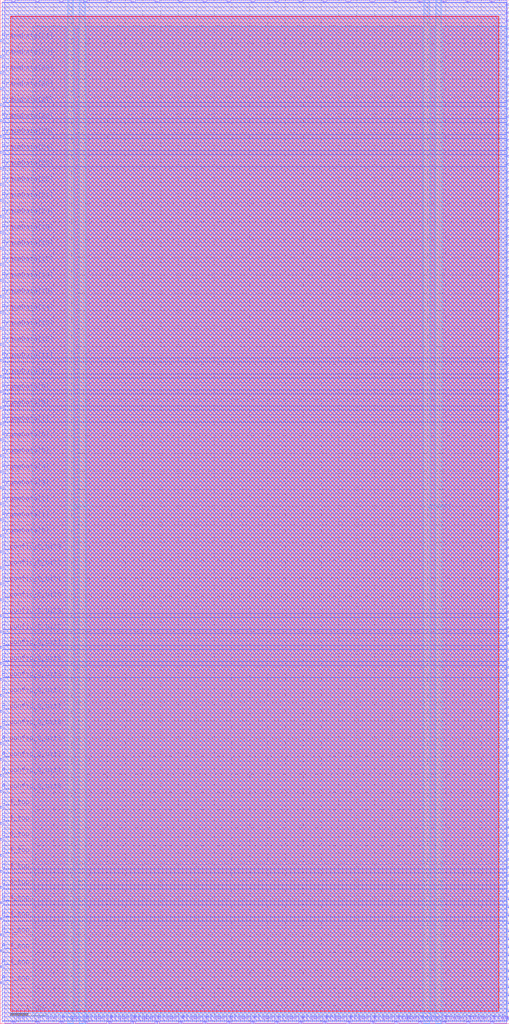
<source format=lef>
VERSION 5.7 ;
  NOWIREEXTENSIONATPIN ON ;
  DIVIDERCHAR "/" ;
  BUSBITCHARS "[]" ;
MACRO W_IO4
  CLASS BLOCK ;
  FOREIGN W_IO4 ;
  ORIGIN 0.000 0.000 ;
  SIZE 142.800 BY 287.280 ;
  PIN A_I_top
    DIRECTION OUTPUT ;
    USE SIGNAL ;
    ANTENNADIFFAREA 2.365600 ;
    PORT
      LAYER Metal3 ;
        RECT 0.000 15.680 0.560 16.240 ;
    END
  END A_I_top
  PIN A_O_top
    DIRECTION INPUT ;
    USE SIGNAL ;
    ANTENNAGATEAREA 3.405000 ;
    PORT
      LAYER Metal3 ;
        RECT 0.000 11.200 0.560 11.760 ;
    END
  END A_O_top
  PIN A_T_top
    DIRECTION OUTPUT ;
    USE SIGNAL ;
    ANTENNADIFFAREA 2.365600 ;
    PORT
      LAYER Metal3 ;
        RECT 0.000 20.160 0.560 20.720 ;
    END
  END A_T_top
  PIN A_config_C_bit0
    DIRECTION OUTPUT ;
    USE SIGNAL ;
    ANTENNADIFFAREA 2.365600 ;
    PORT
      LAYER Metal3 ;
        RECT 0.000 64.960 0.560 65.520 ;
    END
  END A_config_C_bit0
  PIN A_config_C_bit1
    DIRECTION OUTPUT ;
    USE SIGNAL ;
    ANTENNADIFFAREA 2.365600 ;
    PORT
      LAYER Metal3 ;
        RECT 0.000 69.440 0.560 70.000 ;
    END
  END A_config_C_bit1
  PIN A_config_C_bit2
    DIRECTION OUTPUT ;
    USE SIGNAL ;
    ANTENNADIFFAREA 2.365600 ;
    PORT
      LAYER Metal3 ;
        RECT 0.000 73.920 0.560 74.480 ;
    END
  END A_config_C_bit2
  PIN A_config_C_bit3
    DIRECTION OUTPUT ;
    USE SIGNAL ;
    ANTENNADIFFAREA 2.365600 ;
    PORT
      LAYER Metal3 ;
        RECT 0.000 78.400 0.560 78.960 ;
    END
  END A_config_C_bit3
  PIN B_I_top
    DIRECTION OUTPUT ;
    USE SIGNAL ;
    ANTENNADIFFAREA 2.365600 ;
    PORT
      LAYER Metal3 ;
        RECT 0.000 29.120 0.560 29.680 ;
    END
  END B_I_top
  PIN B_O_top
    DIRECTION INPUT ;
    USE SIGNAL ;
    ANTENNAGATEAREA 3.405000 ;
    PORT
      LAYER Metal3 ;
        RECT 0.000 24.640 0.560 25.200 ;
    END
  END B_O_top
  PIN B_T_top
    DIRECTION OUTPUT ;
    USE SIGNAL ;
    ANTENNADIFFAREA 2.365600 ;
    PORT
      LAYER Metal3 ;
        RECT 0.000 33.600 0.560 34.160 ;
    END
  END B_T_top
  PIN B_config_C_bit0
    DIRECTION OUTPUT ;
    USE SIGNAL ;
    ANTENNADIFFAREA 2.365600 ;
    PORT
      LAYER Metal3 ;
        RECT 0.000 82.880 0.560 83.440 ;
    END
  END B_config_C_bit0
  PIN B_config_C_bit1
    DIRECTION OUTPUT ;
    USE SIGNAL ;
    ANTENNADIFFAREA 2.365600 ;
    PORT
      LAYER Metal3 ;
        RECT 0.000 87.360 0.560 87.920 ;
    END
  END B_config_C_bit1
  PIN B_config_C_bit2
    DIRECTION OUTPUT ;
    USE SIGNAL ;
    ANTENNADIFFAREA 2.365600 ;
    PORT
      LAYER Metal3 ;
        RECT 0.000 91.840 0.560 92.400 ;
    END
  END B_config_C_bit2
  PIN B_config_C_bit3
    DIRECTION OUTPUT ;
    USE SIGNAL ;
    ANTENNADIFFAREA 2.365600 ;
    PORT
      LAYER Metal3 ;
        RECT 0.000 96.320 0.560 96.880 ;
    END
  END B_config_C_bit3
  PIN C_I_top
    DIRECTION OUTPUT ;
    USE SIGNAL ;
    ANTENNADIFFAREA 2.365600 ;
    PORT
      LAYER Metal3 ;
        RECT 0.000 42.560 0.560 43.120 ;
    END
  END C_I_top
  PIN C_O_top
    DIRECTION INPUT ;
    USE SIGNAL ;
    ANTENNAGATEAREA 3.405000 ;
    PORT
      LAYER Metal3 ;
        RECT 0.000 38.080 0.560 38.640 ;
    END
  END C_O_top
  PIN C_T_top
    DIRECTION OUTPUT ;
    USE SIGNAL ;
    ANTENNADIFFAREA 2.365600 ;
    PORT
      LAYER Metal3 ;
        RECT 0.000 47.040 0.560 47.600 ;
    END
  END C_T_top
  PIN C_config_C_bit0
    DIRECTION OUTPUT ;
    USE SIGNAL ;
    ANTENNADIFFAREA 2.365600 ;
    PORT
      LAYER Metal3 ;
        RECT 0.000 100.800 0.560 101.360 ;
    END
  END C_config_C_bit0
  PIN C_config_C_bit1
    DIRECTION OUTPUT ;
    USE SIGNAL ;
    ANTENNADIFFAREA 2.365600 ;
    PORT
      LAYER Metal3 ;
        RECT 0.000 105.280 0.560 105.840 ;
    END
  END C_config_C_bit1
  PIN C_config_C_bit2
    DIRECTION OUTPUT ;
    USE SIGNAL ;
    ANTENNADIFFAREA 2.365600 ;
    PORT
      LAYER Metal3 ;
        RECT 0.000 109.760 0.560 110.320 ;
    END
  END C_config_C_bit2
  PIN C_config_C_bit3
    DIRECTION OUTPUT ;
    USE SIGNAL ;
    ANTENNADIFFAREA 2.365600 ;
    PORT
      LAYER Metal3 ;
        RECT 0.000 114.240 0.560 114.800 ;
    END
  END C_config_C_bit3
  PIN D_I_top
    DIRECTION OUTPUT ;
    USE SIGNAL ;
    ANTENNADIFFAREA 2.365600 ;
    PORT
      LAYER Metal3 ;
        RECT 0.000 56.000 0.560 56.560 ;
    END
  END D_I_top
  PIN D_O_top
    DIRECTION INPUT ;
    USE SIGNAL ;
    ANTENNAGATEAREA 3.405000 ;
    PORT
      LAYER Metal3 ;
        RECT 0.000 51.520 0.560 52.080 ;
    END
  END D_O_top
  PIN D_T_top
    DIRECTION OUTPUT ;
    USE SIGNAL ;
    ANTENNADIFFAREA 2.365600 ;
    PORT
      LAYER Metal3 ;
        RECT 0.000 60.480 0.560 61.040 ;
    END
  END D_T_top
  PIN D_config_C_bit0
    DIRECTION OUTPUT ;
    USE SIGNAL ;
    ANTENNADIFFAREA 2.365600 ;
    PORT
      LAYER Metal3 ;
        RECT 0.000 118.720 0.560 119.280 ;
    END
  END D_config_C_bit0
  PIN D_config_C_bit1
    DIRECTION OUTPUT ;
    USE SIGNAL ;
    ANTENNADIFFAREA 2.365600 ;
    PORT
      LAYER Metal3 ;
        RECT 0.000 123.200 0.560 123.760 ;
    END
  END D_config_C_bit1
  PIN D_config_C_bit2
    DIRECTION OUTPUT ;
    USE SIGNAL ;
    ANTENNADIFFAREA 2.365600 ;
    PORT
      LAYER Metal3 ;
        RECT 0.000 127.680 0.560 128.240 ;
    END
  END D_config_C_bit2
  PIN D_config_C_bit3
    DIRECTION OUTPUT ;
    USE SIGNAL ;
    ANTENNADIFFAREA 2.365600 ;
    PORT
      LAYER Metal3 ;
        RECT 0.000 132.160 0.560 132.720 ;
    END
  END D_config_C_bit3
  PIN E1BEG[0]
    DIRECTION OUTPUT ;
    USE SIGNAL ;
    ANTENNADIFFAREA 2.365600 ;
    PORT
      LAYER Metal3 ;
        RECT 142.240 108.640 142.800 109.200 ;
    END
  END E1BEG[0]
  PIN E1BEG[1]
    DIRECTION OUTPUT ;
    USE SIGNAL ;
    ANTENNADIFFAREA 2.365600 ;
    PORT
      LAYER Metal3 ;
        RECT 142.240 110.880 142.800 111.440 ;
    END
  END E1BEG[1]
  PIN E1BEG[2]
    DIRECTION OUTPUT ;
    USE SIGNAL ;
    ANTENNADIFFAREA 2.365600 ;
    PORT
      LAYER Metal3 ;
        RECT 142.240 113.120 142.800 113.680 ;
    END
  END E1BEG[2]
  PIN E1BEG[3]
    DIRECTION OUTPUT ;
    USE SIGNAL ;
    ANTENNADIFFAREA 2.365600 ;
    PORT
      LAYER Metal3 ;
        RECT 142.240 115.360 142.800 115.920 ;
    END
  END E1BEG[3]
  PIN E2BEG[0]
    DIRECTION OUTPUT ;
    USE SIGNAL ;
    ANTENNADIFFAREA 2.365600 ;
    PORT
      LAYER Metal3 ;
        RECT 142.240 117.600 142.800 118.160 ;
    END
  END E2BEG[0]
  PIN E2BEG[1]
    DIRECTION OUTPUT ;
    USE SIGNAL ;
    ANTENNADIFFAREA 2.365600 ;
    PORT
      LAYER Metal3 ;
        RECT 142.240 119.840 142.800 120.400 ;
    END
  END E2BEG[1]
  PIN E2BEG[2]
    DIRECTION OUTPUT ;
    USE SIGNAL ;
    ANTENNADIFFAREA 2.365600 ;
    PORT
      LAYER Metal3 ;
        RECT 142.240 122.080 142.800 122.640 ;
    END
  END E2BEG[2]
  PIN E2BEG[3]
    DIRECTION OUTPUT ;
    USE SIGNAL ;
    ANTENNADIFFAREA 2.365600 ;
    PORT
      LAYER Metal3 ;
        RECT 142.240 124.320 142.800 124.880 ;
    END
  END E2BEG[3]
  PIN E2BEG[4]
    DIRECTION OUTPUT ;
    USE SIGNAL ;
    ANTENNADIFFAREA 2.365600 ;
    PORT
      LAYER Metal3 ;
        RECT 142.240 126.560 142.800 127.120 ;
    END
  END E2BEG[4]
  PIN E2BEG[5]
    DIRECTION OUTPUT ;
    USE SIGNAL ;
    ANTENNADIFFAREA 2.365600 ;
    PORT
      LAYER Metal3 ;
        RECT 142.240 128.800 142.800 129.360 ;
    END
  END E2BEG[5]
  PIN E2BEG[6]
    DIRECTION OUTPUT ;
    USE SIGNAL ;
    ANTENNADIFFAREA 2.365600 ;
    PORT
      LAYER Metal3 ;
        RECT 142.240 131.040 142.800 131.600 ;
    END
  END E2BEG[6]
  PIN E2BEG[7]
    DIRECTION OUTPUT ;
    USE SIGNAL ;
    ANTENNADIFFAREA 2.365600 ;
    PORT
      LAYER Metal3 ;
        RECT 142.240 133.280 142.800 133.840 ;
    END
  END E2BEG[7]
  PIN E2BEGb[0]
    DIRECTION OUTPUT ;
    USE SIGNAL ;
    ANTENNADIFFAREA 2.365600 ;
    PORT
      LAYER Metal3 ;
        RECT 142.240 135.520 142.800 136.080 ;
    END
  END E2BEGb[0]
  PIN E2BEGb[1]
    DIRECTION OUTPUT ;
    USE SIGNAL ;
    ANTENNADIFFAREA 2.365600 ;
    PORT
      LAYER Metal3 ;
        RECT 142.240 137.760 142.800 138.320 ;
    END
  END E2BEGb[1]
  PIN E2BEGb[2]
    DIRECTION OUTPUT ;
    USE SIGNAL ;
    ANTENNADIFFAREA 2.365600 ;
    PORT
      LAYER Metal3 ;
        RECT 142.240 140.000 142.800 140.560 ;
    END
  END E2BEGb[2]
  PIN E2BEGb[3]
    DIRECTION OUTPUT ;
    USE SIGNAL ;
    ANTENNADIFFAREA 2.365600 ;
    PORT
      LAYER Metal3 ;
        RECT 142.240 142.240 142.800 142.800 ;
    END
  END E2BEGb[3]
  PIN E2BEGb[4]
    DIRECTION OUTPUT ;
    USE SIGNAL ;
    ANTENNADIFFAREA 2.365600 ;
    PORT
      LAYER Metal3 ;
        RECT 142.240 144.480 142.800 145.040 ;
    END
  END E2BEGb[4]
  PIN E2BEGb[5]
    DIRECTION OUTPUT ;
    USE SIGNAL ;
    ANTENNADIFFAREA 2.365600 ;
    PORT
      LAYER Metal3 ;
        RECT 142.240 146.720 142.800 147.280 ;
    END
  END E2BEGb[5]
  PIN E2BEGb[6]
    DIRECTION OUTPUT ;
    USE SIGNAL ;
    ANTENNADIFFAREA 2.365600 ;
    PORT
      LAYER Metal3 ;
        RECT 142.240 148.960 142.800 149.520 ;
    END
  END E2BEGb[6]
  PIN E2BEGb[7]
    DIRECTION OUTPUT ;
    USE SIGNAL ;
    ANTENNADIFFAREA 2.365600 ;
    PORT
      LAYER Metal3 ;
        RECT 142.240 151.200 142.800 151.760 ;
    END
  END E2BEGb[7]
  PIN E6BEG[0]
    DIRECTION OUTPUT ;
    USE SIGNAL ;
    ANTENNADIFFAREA 2.365600 ;
    PORT
      LAYER Metal3 ;
        RECT 142.240 189.280 142.800 189.840 ;
    END
  END E6BEG[0]
  PIN E6BEG[10]
    DIRECTION OUTPUT ;
    USE SIGNAL ;
    ANTENNADIFFAREA 2.365600 ;
    PORT
      LAYER Metal3 ;
        RECT 142.240 211.680 142.800 212.240 ;
    END
  END E6BEG[10]
  PIN E6BEG[11]
    DIRECTION OUTPUT ;
    USE SIGNAL ;
    ANTENNADIFFAREA 2.365600 ;
    PORT
      LAYER Metal3 ;
        RECT 142.240 213.920 142.800 214.480 ;
    END
  END E6BEG[11]
  PIN E6BEG[1]
    DIRECTION OUTPUT ;
    USE SIGNAL ;
    ANTENNADIFFAREA 2.365600 ;
    PORT
      LAYER Metal3 ;
        RECT 142.240 191.520 142.800 192.080 ;
    END
  END E6BEG[1]
  PIN E6BEG[2]
    DIRECTION OUTPUT ;
    USE SIGNAL ;
    ANTENNADIFFAREA 2.365600 ;
    PORT
      LAYER Metal3 ;
        RECT 142.240 193.760 142.800 194.320 ;
    END
  END E6BEG[2]
  PIN E6BEG[3]
    DIRECTION OUTPUT ;
    USE SIGNAL ;
    ANTENNADIFFAREA 2.365600 ;
    PORT
      LAYER Metal3 ;
        RECT 142.240 196.000 142.800 196.560 ;
    END
  END E6BEG[3]
  PIN E6BEG[4]
    DIRECTION OUTPUT ;
    USE SIGNAL ;
    ANTENNADIFFAREA 2.365600 ;
    PORT
      LAYER Metal3 ;
        RECT 142.240 198.240 142.800 198.800 ;
    END
  END E6BEG[4]
  PIN E6BEG[5]
    DIRECTION OUTPUT ;
    USE SIGNAL ;
    ANTENNADIFFAREA 2.365600 ;
    PORT
      LAYER Metal3 ;
        RECT 142.240 200.480 142.800 201.040 ;
    END
  END E6BEG[5]
  PIN E6BEG[6]
    DIRECTION OUTPUT ;
    USE SIGNAL ;
    ANTENNADIFFAREA 2.365600 ;
    PORT
      LAYER Metal3 ;
        RECT 142.240 202.720 142.800 203.280 ;
    END
  END E6BEG[6]
  PIN E6BEG[7]
    DIRECTION OUTPUT ;
    USE SIGNAL ;
    ANTENNADIFFAREA 2.365600 ;
    PORT
      LAYER Metal3 ;
        RECT 142.240 204.960 142.800 205.520 ;
    END
  END E6BEG[7]
  PIN E6BEG[8]
    DIRECTION OUTPUT ;
    USE SIGNAL ;
    ANTENNADIFFAREA 2.365600 ;
    PORT
      LAYER Metal3 ;
        RECT 142.240 207.200 142.800 207.760 ;
    END
  END E6BEG[8]
  PIN E6BEG[9]
    DIRECTION OUTPUT ;
    USE SIGNAL ;
    ANTENNADIFFAREA 2.365600 ;
    PORT
      LAYER Metal3 ;
        RECT 142.240 209.440 142.800 210.000 ;
    END
  END E6BEG[9]
  PIN EE4BEG[0]
    DIRECTION OUTPUT ;
    USE SIGNAL ;
    ANTENNADIFFAREA 2.365600 ;
    PORT
      LAYER Metal3 ;
        RECT 142.240 153.440 142.800 154.000 ;
    END
  END EE4BEG[0]
  PIN EE4BEG[10]
    DIRECTION OUTPUT ;
    USE SIGNAL ;
    ANTENNADIFFAREA 2.365600 ;
    PORT
      LAYER Metal3 ;
        RECT 142.240 175.840 142.800 176.400 ;
    END
  END EE4BEG[10]
  PIN EE4BEG[11]
    DIRECTION OUTPUT ;
    USE SIGNAL ;
    ANTENNADIFFAREA 2.365600 ;
    PORT
      LAYER Metal3 ;
        RECT 142.240 178.080 142.800 178.640 ;
    END
  END EE4BEG[11]
  PIN EE4BEG[12]
    DIRECTION OUTPUT ;
    USE SIGNAL ;
    ANTENNADIFFAREA 2.365600 ;
    PORT
      LAYER Metal3 ;
        RECT 142.240 180.320 142.800 180.880 ;
    END
  END EE4BEG[12]
  PIN EE4BEG[13]
    DIRECTION OUTPUT ;
    USE SIGNAL ;
    ANTENNADIFFAREA 2.365600 ;
    PORT
      LAYER Metal3 ;
        RECT 142.240 182.560 142.800 183.120 ;
    END
  END EE4BEG[13]
  PIN EE4BEG[14]
    DIRECTION OUTPUT ;
    USE SIGNAL ;
    ANTENNADIFFAREA 2.365600 ;
    PORT
      LAYER Metal3 ;
        RECT 142.240 184.800 142.800 185.360 ;
    END
  END EE4BEG[14]
  PIN EE4BEG[15]
    DIRECTION OUTPUT ;
    USE SIGNAL ;
    ANTENNADIFFAREA 2.365600 ;
    PORT
      LAYER Metal3 ;
        RECT 142.240 187.040 142.800 187.600 ;
    END
  END EE4BEG[15]
  PIN EE4BEG[1]
    DIRECTION OUTPUT ;
    USE SIGNAL ;
    ANTENNADIFFAREA 2.365600 ;
    PORT
      LAYER Metal3 ;
        RECT 142.240 155.680 142.800 156.240 ;
    END
  END EE4BEG[1]
  PIN EE4BEG[2]
    DIRECTION OUTPUT ;
    USE SIGNAL ;
    ANTENNADIFFAREA 2.365600 ;
    PORT
      LAYER Metal3 ;
        RECT 142.240 157.920 142.800 158.480 ;
    END
  END EE4BEG[2]
  PIN EE4BEG[3]
    DIRECTION OUTPUT ;
    USE SIGNAL ;
    ANTENNADIFFAREA 2.365600 ;
    PORT
      LAYER Metal3 ;
        RECT 142.240 160.160 142.800 160.720 ;
    END
  END EE4BEG[3]
  PIN EE4BEG[4]
    DIRECTION OUTPUT ;
    USE SIGNAL ;
    ANTENNADIFFAREA 2.365600 ;
    PORT
      LAYER Metal3 ;
        RECT 142.240 162.400 142.800 162.960 ;
    END
  END EE4BEG[4]
  PIN EE4BEG[5]
    DIRECTION OUTPUT ;
    USE SIGNAL ;
    ANTENNADIFFAREA 2.365600 ;
    PORT
      LAYER Metal3 ;
        RECT 142.240 164.640 142.800 165.200 ;
    END
  END EE4BEG[5]
  PIN EE4BEG[6]
    DIRECTION OUTPUT ;
    USE SIGNAL ;
    ANTENNADIFFAREA 2.365600 ;
    PORT
      LAYER Metal3 ;
        RECT 142.240 166.880 142.800 167.440 ;
    END
  END EE4BEG[6]
  PIN EE4BEG[7]
    DIRECTION OUTPUT ;
    USE SIGNAL ;
    ANTENNADIFFAREA 2.365600 ;
    PORT
      LAYER Metal3 ;
        RECT 142.240 169.120 142.800 169.680 ;
    END
  END EE4BEG[7]
  PIN EE4BEG[8]
    DIRECTION OUTPUT ;
    USE SIGNAL ;
    ANTENNADIFFAREA 2.365600 ;
    PORT
      LAYER Metal3 ;
        RECT 142.240 171.360 142.800 171.920 ;
    END
  END EE4BEG[8]
  PIN EE4BEG[9]
    DIRECTION OUTPUT ;
    USE SIGNAL ;
    ANTENNADIFFAREA 2.365600 ;
    PORT
      LAYER Metal3 ;
        RECT 142.240 173.600 142.800 174.160 ;
    END
  END EE4BEG[9]
  PIN FrameData[0]
    DIRECTION INPUT ;
    USE SIGNAL ;
    ANTENNAGATEAREA 3.310000 ;
    PORT
      LAYER Metal3 ;
        RECT 0.000 136.640 0.560 137.200 ;
    END
  END FrameData[0]
  PIN FrameData[10]
    DIRECTION INPUT ;
    USE SIGNAL ;
    ANTENNAGATEAREA 3.310000 ;
    PORT
      LAYER Metal3 ;
        RECT 0.000 181.440 0.560 182.000 ;
    END
  END FrameData[10]
  PIN FrameData[11]
    DIRECTION INPUT ;
    USE SIGNAL ;
    ANTENNAGATEAREA 3.310000 ;
    PORT
      LAYER Metal3 ;
        RECT 0.000 185.920 0.560 186.480 ;
    END
  END FrameData[11]
  PIN FrameData[12]
    DIRECTION INPUT ;
    USE SIGNAL ;
    ANTENNAGATEAREA 3.310000 ;
    PORT
      LAYER Metal3 ;
        RECT 0.000 190.400 0.560 190.960 ;
    END
  END FrameData[12]
  PIN FrameData[13]
    DIRECTION INPUT ;
    USE SIGNAL ;
    ANTENNAGATEAREA 3.310000 ;
    PORT
      LAYER Metal3 ;
        RECT 0.000 194.880 0.560 195.440 ;
    END
  END FrameData[13]
  PIN FrameData[14]
    DIRECTION INPUT ;
    USE SIGNAL ;
    ANTENNAGATEAREA 3.310000 ;
    PORT
      LAYER Metal3 ;
        RECT 0.000 199.360 0.560 199.920 ;
    END
  END FrameData[14]
  PIN FrameData[15]
    DIRECTION INPUT ;
    USE SIGNAL ;
    ANTENNAGATEAREA 3.310000 ;
    PORT
      LAYER Metal3 ;
        RECT 0.000 203.840 0.560 204.400 ;
    END
  END FrameData[15]
  PIN FrameData[16]
    DIRECTION INPUT ;
    USE SIGNAL ;
    ANTENNAGATEAREA 3.310000 ;
    PORT
      LAYER Metal3 ;
        RECT 0.000 208.320 0.560 208.880 ;
    END
  END FrameData[16]
  PIN FrameData[17]
    DIRECTION INPUT ;
    USE SIGNAL ;
    ANTENNAGATEAREA 3.310000 ;
    PORT
      LAYER Metal3 ;
        RECT 0.000 212.800 0.560 213.360 ;
    END
  END FrameData[17]
  PIN FrameData[18]
    DIRECTION INPUT ;
    USE SIGNAL ;
    ANTENNAGATEAREA 3.310000 ;
    PORT
      LAYER Metal3 ;
        RECT 0.000 217.280 0.560 217.840 ;
    END
  END FrameData[18]
  PIN FrameData[19]
    DIRECTION INPUT ;
    USE SIGNAL ;
    ANTENNAGATEAREA 3.310000 ;
    PORT
      LAYER Metal3 ;
        RECT 0.000 221.760 0.560 222.320 ;
    END
  END FrameData[19]
  PIN FrameData[1]
    DIRECTION INPUT ;
    USE SIGNAL ;
    ANTENNAGATEAREA 3.310000 ;
    PORT
      LAYER Metal3 ;
        RECT 0.000 141.120 0.560 141.680 ;
    END
  END FrameData[1]
  PIN FrameData[20]
    DIRECTION INPUT ;
    USE SIGNAL ;
    ANTENNAGATEAREA 3.862000 ;
    PORT
      LAYER Metal3 ;
        RECT 0.000 226.240 0.560 226.800 ;
    END
  END FrameData[20]
  PIN FrameData[21]
    DIRECTION INPUT ;
    USE SIGNAL ;
    ANTENNAGATEAREA 3.862000 ;
    PORT
      LAYER Metal3 ;
        RECT 0.000 230.720 0.560 231.280 ;
    END
  END FrameData[21]
  PIN FrameData[22]
    DIRECTION INPUT ;
    USE SIGNAL ;
    ANTENNAGATEAREA 3.862000 ;
    PORT
      LAYER Metal3 ;
        RECT 0.000 235.200 0.560 235.760 ;
    END
  END FrameData[22]
  PIN FrameData[23]
    DIRECTION INPUT ;
    USE SIGNAL ;
    ANTENNAGATEAREA 3.862000 ;
    PORT
      LAYER Metal3 ;
        RECT 0.000 239.680 0.560 240.240 ;
    END
  END FrameData[23]
  PIN FrameData[24]
    DIRECTION INPUT ;
    USE SIGNAL ;
    ANTENNAGATEAREA 3.862000 ;
    PORT
      LAYER Metal3 ;
        RECT 0.000 244.160 0.560 244.720 ;
    END
  END FrameData[24]
  PIN FrameData[25]
    DIRECTION INPUT ;
    USE SIGNAL ;
    ANTENNAGATEAREA 3.862000 ;
    PORT
      LAYER Metal3 ;
        RECT 0.000 248.640 0.560 249.200 ;
    END
  END FrameData[25]
  PIN FrameData[26]
    DIRECTION INPUT ;
    USE SIGNAL ;
    ANTENNAGATEAREA 3.862000 ;
    PORT
      LAYER Metal3 ;
        RECT 0.000 253.120 0.560 253.680 ;
    END
  END FrameData[26]
  PIN FrameData[27]
    DIRECTION INPUT ;
    USE SIGNAL ;
    ANTENNAGATEAREA 3.862000 ;
    PORT
      LAYER Metal3 ;
        RECT 0.000 257.600 0.560 258.160 ;
    END
  END FrameData[27]
  PIN FrameData[28]
    DIRECTION INPUT ;
    USE SIGNAL ;
    ANTENNAGATEAREA 3.862000 ;
    PORT
      LAYER Metal3 ;
        RECT 0.000 262.080 0.560 262.640 ;
    END
  END FrameData[28]
  PIN FrameData[29]
    DIRECTION INPUT ;
    USE SIGNAL ;
    ANTENNAGATEAREA 3.862000 ;
    PORT
      LAYER Metal3 ;
        RECT 0.000 266.560 0.560 267.120 ;
    END
  END FrameData[29]
  PIN FrameData[2]
    DIRECTION INPUT ;
    USE SIGNAL ;
    ANTENNAGATEAREA 3.310000 ;
    PORT
      LAYER Metal3 ;
        RECT 0.000 145.600 0.560 146.160 ;
    END
  END FrameData[2]
  PIN FrameData[30]
    DIRECTION INPUT ;
    USE SIGNAL ;
    ANTENNAGATEAREA 3.862000 ;
    PORT
      LAYER Metal3 ;
        RECT 0.000 271.040 0.560 271.600 ;
    END
  END FrameData[30]
  PIN FrameData[31]
    DIRECTION INPUT ;
    USE SIGNAL ;
    ANTENNAGATEAREA 3.862000 ;
    PORT
      LAYER Metal3 ;
        RECT 0.000 275.520 0.560 276.080 ;
    END
  END FrameData[31]
  PIN FrameData[3]
    DIRECTION INPUT ;
    USE SIGNAL ;
    ANTENNAGATEAREA 3.310000 ;
    PORT
      LAYER Metal3 ;
        RECT 0.000 150.080 0.560 150.640 ;
    END
  END FrameData[3]
  PIN FrameData[4]
    DIRECTION INPUT ;
    USE SIGNAL ;
    ANTENNAGATEAREA 3.310000 ;
    PORT
      LAYER Metal3 ;
        RECT 0.000 154.560 0.560 155.120 ;
    END
  END FrameData[4]
  PIN FrameData[5]
    DIRECTION INPUT ;
    USE SIGNAL ;
    ANTENNAGATEAREA 3.310000 ;
    PORT
      LAYER Metal3 ;
        RECT 0.000 159.040 0.560 159.600 ;
    END
  END FrameData[5]
  PIN FrameData[6]
    DIRECTION INPUT ;
    USE SIGNAL ;
    ANTENNAGATEAREA 3.310000 ;
    PORT
      LAYER Metal3 ;
        RECT 0.000 163.520 0.560 164.080 ;
    END
  END FrameData[6]
  PIN FrameData[7]
    DIRECTION INPUT ;
    USE SIGNAL ;
    ANTENNAGATEAREA 3.310000 ;
    PORT
      LAYER Metal3 ;
        RECT 0.000 168.000 0.560 168.560 ;
    END
  END FrameData[7]
  PIN FrameData[8]
    DIRECTION INPUT ;
    USE SIGNAL ;
    ANTENNAGATEAREA 3.310000 ;
    PORT
      LAYER Metal3 ;
        RECT 0.000 172.480 0.560 173.040 ;
    END
  END FrameData[8]
  PIN FrameData[9]
    DIRECTION INPUT ;
    USE SIGNAL ;
    ANTENNAGATEAREA 3.310000 ;
    PORT
      LAYER Metal3 ;
        RECT 0.000 176.960 0.560 177.520 ;
    END
  END FrameData[9]
  PIN FrameData_O[0]
    DIRECTION OUTPUT ;
    USE SIGNAL ;
    ANTENNADIFFAREA 2.365600 ;
    PORT
      LAYER Metal3 ;
        RECT 142.240 216.160 142.800 216.720 ;
    END
  END FrameData_O[0]
  PIN FrameData_O[10]
    DIRECTION OUTPUT ;
    USE SIGNAL ;
    ANTENNADIFFAREA 2.365600 ;
    PORT
      LAYER Metal3 ;
        RECT 142.240 238.560 142.800 239.120 ;
    END
  END FrameData_O[10]
  PIN FrameData_O[11]
    DIRECTION OUTPUT ;
    USE SIGNAL ;
    ANTENNADIFFAREA 2.365600 ;
    PORT
      LAYER Metal3 ;
        RECT 142.240 240.800 142.800 241.360 ;
    END
  END FrameData_O[11]
  PIN FrameData_O[12]
    DIRECTION OUTPUT ;
    USE SIGNAL ;
    ANTENNADIFFAREA 2.365600 ;
    PORT
      LAYER Metal3 ;
        RECT 142.240 243.040 142.800 243.600 ;
    END
  END FrameData_O[12]
  PIN FrameData_O[13]
    DIRECTION OUTPUT ;
    USE SIGNAL ;
    ANTENNADIFFAREA 2.365600 ;
    PORT
      LAYER Metal3 ;
        RECT 142.240 245.280 142.800 245.840 ;
    END
  END FrameData_O[13]
  PIN FrameData_O[14]
    DIRECTION OUTPUT ;
    USE SIGNAL ;
    ANTENNADIFFAREA 2.365600 ;
    PORT
      LAYER Metal3 ;
        RECT 142.240 247.520 142.800 248.080 ;
    END
  END FrameData_O[14]
  PIN FrameData_O[15]
    DIRECTION OUTPUT ;
    USE SIGNAL ;
    ANTENNADIFFAREA 2.365600 ;
    PORT
      LAYER Metal3 ;
        RECT 142.240 249.760 142.800 250.320 ;
    END
  END FrameData_O[15]
  PIN FrameData_O[16]
    DIRECTION OUTPUT ;
    USE SIGNAL ;
    ANTENNADIFFAREA 2.365600 ;
    PORT
      LAYER Metal3 ;
        RECT 142.240 252.000 142.800 252.560 ;
    END
  END FrameData_O[16]
  PIN FrameData_O[17]
    DIRECTION OUTPUT ;
    USE SIGNAL ;
    ANTENNADIFFAREA 2.365600 ;
    PORT
      LAYER Metal3 ;
        RECT 142.240 254.240 142.800 254.800 ;
    END
  END FrameData_O[17]
  PIN FrameData_O[18]
    DIRECTION OUTPUT ;
    USE SIGNAL ;
    ANTENNADIFFAREA 2.365600 ;
    PORT
      LAYER Metal3 ;
        RECT 142.240 256.480 142.800 257.040 ;
    END
  END FrameData_O[18]
  PIN FrameData_O[19]
    DIRECTION OUTPUT ;
    USE SIGNAL ;
    ANTENNADIFFAREA 2.365600 ;
    PORT
      LAYER Metal3 ;
        RECT 142.240 258.720 142.800 259.280 ;
    END
  END FrameData_O[19]
  PIN FrameData_O[1]
    DIRECTION OUTPUT ;
    USE SIGNAL ;
    ANTENNADIFFAREA 2.365600 ;
    PORT
      LAYER Metal3 ;
        RECT 142.240 218.400 142.800 218.960 ;
    END
  END FrameData_O[1]
  PIN FrameData_O[20]
    DIRECTION OUTPUT ;
    USE SIGNAL ;
    ANTENNADIFFAREA 2.365600 ;
    PORT
      LAYER Metal3 ;
        RECT 142.240 260.960 142.800 261.520 ;
    END
  END FrameData_O[20]
  PIN FrameData_O[21]
    DIRECTION OUTPUT ;
    USE SIGNAL ;
    ANTENNADIFFAREA 2.365600 ;
    PORT
      LAYER Metal3 ;
        RECT 142.240 263.200 142.800 263.760 ;
    END
  END FrameData_O[21]
  PIN FrameData_O[22]
    DIRECTION OUTPUT ;
    USE SIGNAL ;
    ANTENNADIFFAREA 2.365600 ;
    PORT
      LAYER Metal3 ;
        RECT 142.240 265.440 142.800 266.000 ;
    END
  END FrameData_O[22]
  PIN FrameData_O[23]
    DIRECTION OUTPUT ;
    USE SIGNAL ;
    ANTENNADIFFAREA 2.365600 ;
    PORT
      LAYER Metal3 ;
        RECT 142.240 267.680 142.800 268.240 ;
    END
  END FrameData_O[23]
  PIN FrameData_O[24]
    DIRECTION OUTPUT ;
    USE SIGNAL ;
    ANTENNADIFFAREA 2.365600 ;
    PORT
      LAYER Metal3 ;
        RECT 142.240 269.920 142.800 270.480 ;
    END
  END FrameData_O[24]
  PIN FrameData_O[25]
    DIRECTION OUTPUT ;
    USE SIGNAL ;
    ANTENNADIFFAREA 2.365600 ;
    PORT
      LAYER Metal3 ;
        RECT 142.240 272.160 142.800 272.720 ;
    END
  END FrameData_O[25]
  PIN FrameData_O[26]
    DIRECTION OUTPUT ;
    USE SIGNAL ;
    ANTENNADIFFAREA 2.365600 ;
    PORT
      LAYER Metal3 ;
        RECT 142.240 274.400 142.800 274.960 ;
    END
  END FrameData_O[26]
  PIN FrameData_O[27]
    DIRECTION OUTPUT ;
    USE SIGNAL ;
    ANTENNADIFFAREA 2.365600 ;
    PORT
      LAYER Metal3 ;
        RECT 142.240 276.640 142.800 277.200 ;
    END
  END FrameData_O[27]
  PIN FrameData_O[28]
    DIRECTION OUTPUT ;
    USE SIGNAL ;
    ANTENNADIFFAREA 2.365600 ;
    PORT
      LAYER Metal3 ;
        RECT 142.240 278.880 142.800 279.440 ;
    END
  END FrameData_O[28]
  PIN FrameData_O[29]
    DIRECTION OUTPUT ;
    USE SIGNAL ;
    ANTENNADIFFAREA 2.365600 ;
    PORT
      LAYER Metal3 ;
        RECT 142.240 281.120 142.800 281.680 ;
    END
  END FrameData_O[29]
  PIN FrameData_O[2]
    DIRECTION OUTPUT ;
    USE SIGNAL ;
    ANTENNADIFFAREA 2.365600 ;
    PORT
      LAYER Metal3 ;
        RECT 142.240 220.640 142.800 221.200 ;
    END
  END FrameData_O[2]
  PIN FrameData_O[30]
    DIRECTION OUTPUT ;
    USE SIGNAL ;
    ANTENNADIFFAREA 2.365600 ;
    PORT
      LAYER Metal3 ;
        RECT 142.240 283.360 142.800 283.920 ;
    END
  END FrameData_O[30]
  PIN FrameData_O[31]
    DIRECTION OUTPUT ;
    USE SIGNAL ;
    ANTENNADIFFAREA 2.365600 ;
    PORT
      LAYER Metal3 ;
        RECT 142.240 285.600 142.800 286.160 ;
    END
  END FrameData_O[31]
  PIN FrameData_O[3]
    DIRECTION OUTPUT ;
    USE SIGNAL ;
    ANTENNADIFFAREA 2.365600 ;
    PORT
      LAYER Metal3 ;
        RECT 142.240 222.880 142.800 223.440 ;
    END
  END FrameData_O[3]
  PIN FrameData_O[4]
    DIRECTION OUTPUT ;
    USE SIGNAL ;
    ANTENNADIFFAREA 2.365600 ;
    PORT
      LAYER Metal3 ;
        RECT 142.240 225.120 142.800 225.680 ;
    END
  END FrameData_O[4]
  PIN FrameData_O[5]
    DIRECTION OUTPUT ;
    USE SIGNAL ;
    ANTENNADIFFAREA 2.365600 ;
    PORT
      LAYER Metal3 ;
        RECT 142.240 227.360 142.800 227.920 ;
    END
  END FrameData_O[5]
  PIN FrameData_O[6]
    DIRECTION OUTPUT ;
    USE SIGNAL ;
    ANTENNADIFFAREA 2.365600 ;
    PORT
      LAYER Metal3 ;
        RECT 142.240 229.600 142.800 230.160 ;
    END
  END FrameData_O[6]
  PIN FrameData_O[7]
    DIRECTION OUTPUT ;
    USE SIGNAL ;
    ANTENNADIFFAREA 2.365600 ;
    PORT
      LAYER Metal3 ;
        RECT 142.240 231.840 142.800 232.400 ;
    END
  END FrameData_O[7]
  PIN FrameData_O[8]
    DIRECTION OUTPUT ;
    USE SIGNAL ;
    ANTENNADIFFAREA 2.365600 ;
    PORT
      LAYER Metal3 ;
        RECT 142.240 234.080 142.800 234.640 ;
    END
  END FrameData_O[8]
  PIN FrameData_O[9]
    DIRECTION OUTPUT ;
    USE SIGNAL ;
    ANTENNADIFFAREA 2.365600 ;
    PORT
      LAYER Metal3 ;
        RECT 142.240 236.320 142.800 236.880 ;
    END
  END FrameData_O[9]
  PIN FrameStrobe[0]
    DIRECTION INPUT ;
    USE SIGNAL ;
    ANTENNAGATEAREA 1.102000 ;
    PORT
      LAYER Metal2 ;
        RECT 10.080 0.000 10.640 0.560 ;
    END
  END FrameStrobe[0]
  PIN FrameStrobe[10]
    DIRECTION INPUT ;
    USE SIGNAL ;
    ANTENNAGATEAREA 1.102000 ;
    PORT
      LAYER Metal2 ;
        RECT 77.280 0.000 77.840 0.560 ;
    END
  END FrameStrobe[10]
  PIN FrameStrobe[11]
    DIRECTION INPUT ;
    USE SIGNAL ;
    ANTENNAGATEAREA 1.102000 ;
    PORT
      LAYER Metal2 ;
        RECT 84.000 0.000 84.560 0.560 ;
    END
  END FrameStrobe[11]
  PIN FrameStrobe[12]
    DIRECTION INPUT ;
    USE SIGNAL ;
    ANTENNAGATEAREA 1.102000 ;
    PORT
      LAYER Metal2 ;
        RECT 90.720 0.000 91.280 0.560 ;
    END
  END FrameStrobe[12]
  PIN FrameStrobe[13]
    DIRECTION INPUT ;
    USE SIGNAL ;
    ANTENNAGATEAREA 1.102000 ;
    PORT
      LAYER Metal2 ;
        RECT 97.440 0.000 98.000 0.560 ;
    END
  END FrameStrobe[13]
  PIN FrameStrobe[14]
    DIRECTION INPUT ;
    USE SIGNAL ;
    ANTENNAGATEAREA 1.102000 ;
    PORT
      LAYER Metal2 ;
        RECT 104.160 0.000 104.720 0.560 ;
    END
  END FrameStrobe[14]
  PIN FrameStrobe[15]
    DIRECTION INPUT ;
    USE SIGNAL ;
    ANTENNAGATEAREA 1.102000 ;
    PORT
      LAYER Metal2 ;
        RECT 110.880 0.000 111.440 0.560 ;
    END
  END FrameStrobe[15]
  PIN FrameStrobe[16]
    DIRECTION INPUT ;
    USE SIGNAL ;
    ANTENNAGATEAREA 1.102000 ;
    PORT
      LAYER Metal2 ;
        RECT 117.600 0.000 118.160 0.560 ;
    END
  END FrameStrobe[16]
  PIN FrameStrobe[17]
    DIRECTION INPUT ;
    USE SIGNAL ;
    ANTENNAGATEAREA 1.102000 ;
    PORT
      LAYER Metal2 ;
        RECT 124.320 0.000 124.880 0.560 ;
    END
  END FrameStrobe[17]
  PIN FrameStrobe[18]
    DIRECTION INPUT ;
    USE SIGNAL ;
    ANTENNAGATEAREA 1.102000 ;
    PORT
      LAYER Metal2 ;
        RECT 131.040 0.000 131.600 0.560 ;
    END
  END FrameStrobe[18]
  PIN FrameStrobe[19]
    DIRECTION INPUT ;
    USE SIGNAL ;
    ANTENNAGATEAREA 1.102000 ;
    PORT
      LAYER Metal2 ;
        RECT 137.760 0.000 138.320 0.560 ;
    END
  END FrameStrobe[19]
  PIN FrameStrobe[1]
    DIRECTION INPUT ;
    USE SIGNAL ;
    ANTENNAGATEAREA 1.102000 ;
    PORT
      LAYER Metal2 ;
        RECT 16.800 0.000 17.360 0.560 ;
    END
  END FrameStrobe[1]
  PIN FrameStrobe[2]
    DIRECTION INPUT ;
    USE SIGNAL ;
    ANTENNAGATEAREA 1.102000 ;
    PORT
      LAYER Metal2 ;
        RECT 23.520 0.000 24.080 0.560 ;
    END
  END FrameStrobe[2]
  PIN FrameStrobe[3]
    DIRECTION INPUT ;
    USE SIGNAL ;
    ANTENNAGATEAREA 5.510000 ;
    PORT
      LAYER Metal2 ;
        RECT 30.240 0.000 30.800 0.560 ;
    END
  END FrameStrobe[3]
  PIN FrameStrobe[4]
    DIRECTION INPUT ;
    USE SIGNAL ;
    ANTENNAGATEAREA 4.412000 ;
    PORT
      LAYER Metal2 ;
        RECT 36.960 0.000 37.520 0.560 ;
    END
  END FrameStrobe[4]
  PIN FrameStrobe[5]
    DIRECTION INPUT ;
    USE SIGNAL ;
    ANTENNAGATEAREA 1.102000 ;
    PORT
      LAYER Metal2 ;
        RECT 43.680 0.000 44.240 0.560 ;
    END
  END FrameStrobe[5]
  PIN FrameStrobe[6]
    DIRECTION INPUT ;
    USE SIGNAL ;
    ANTENNAGATEAREA 1.102000 ;
    PORT
      LAYER Metal2 ;
        RECT 50.400 0.000 50.960 0.560 ;
    END
  END FrameStrobe[6]
  PIN FrameStrobe[7]
    DIRECTION INPUT ;
    USE SIGNAL ;
    ANTENNAGATEAREA 1.102000 ;
    PORT
      LAYER Metal2 ;
        RECT 57.120 0.000 57.680 0.560 ;
    END
  END FrameStrobe[7]
  PIN FrameStrobe[8]
    DIRECTION INPUT ;
    USE SIGNAL ;
    ANTENNAGATEAREA 1.102000 ;
    PORT
      LAYER Metal2 ;
        RECT 63.840 0.000 64.400 0.560 ;
    END
  END FrameStrobe[8]
  PIN FrameStrobe[9]
    DIRECTION INPUT ;
    USE SIGNAL ;
    ANTENNAGATEAREA 1.102000 ;
    PORT
      LAYER Metal2 ;
        RECT 70.560 0.000 71.120 0.560 ;
    END
  END FrameStrobe[9]
  PIN FrameStrobe_O[0]
    DIRECTION OUTPUT ;
    USE SIGNAL ;
    ANTENNADIFFAREA 2.365600 ;
    PORT
      LAYER Metal2 ;
        RECT 10.080 286.720 10.640 287.280 ;
    END
  END FrameStrobe_O[0]
  PIN FrameStrobe_O[10]
    DIRECTION OUTPUT ;
    USE SIGNAL ;
    ANTENNADIFFAREA 2.365600 ;
    PORT
      LAYER Metal2 ;
        RECT 77.280 286.720 77.840 287.280 ;
    END
  END FrameStrobe_O[10]
  PIN FrameStrobe_O[11]
    DIRECTION OUTPUT ;
    USE SIGNAL ;
    ANTENNADIFFAREA 2.365600 ;
    PORT
      LAYER Metal2 ;
        RECT 84.000 286.720 84.560 287.280 ;
    END
  END FrameStrobe_O[11]
  PIN FrameStrobe_O[12]
    DIRECTION OUTPUT ;
    USE SIGNAL ;
    ANTENNADIFFAREA 2.365600 ;
    PORT
      LAYER Metal2 ;
        RECT 90.720 286.720 91.280 287.280 ;
    END
  END FrameStrobe_O[12]
  PIN FrameStrobe_O[13]
    DIRECTION OUTPUT ;
    USE SIGNAL ;
    ANTENNADIFFAREA 2.365600 ;
    PORT
      LAYER Metal2 ;
        RECT 97.440 286.720 98.000 287.280 ;
    END
  END FrameStrobe_O[13]
  PIN FrameStrobe_O[14]
    DIRECTION OUTPUT ;
    USE SIGNAL ;
    ANTENNADIFFAREA 2.365600 ;
    PORT
      LAYER Metal2 ;
        RECT 104.160 286.720 104.720 287.280 ;
    END
  END FrameStrobe_O[14]
  PIN FrameStrobe_O[15]
    DIRECTION OUTPUT ;
    USE SIGNAL ;
    ANTENNADIFFAREA 2.365600 ;
    PORT
      LAYER Metal2 ;
        RECT 110.880 286.720 111.440 287.280 ;
    END
  END FrameStrobe_O[15]
  PIN FrameStrobe_O[16]
    DIRECTION OUTPUT ;
    USE SIGNAL ;
    ANTENNADIFFAREA 2.365600 ;
    PORT
      LAYER Metal2 ;
        RECT 117.600 286.720 118.160 287.280 ;
    END
  END FrameStrobe_O[16]
  PIN FrameStrobe_O[17]
    DIRECTION OUTPUT ;
    USE SIGNAL ;
    ANTENNADIFFAREA 2.365600 ;
    PORT
      LAYER Metal2 ;
        RECT 124.320 286.720 124.880 287.280 ;
    END
  END FrameStrobe_O[17]
  PIN FrameStrobe_O[18]
    DIRECTION OUTPUT ;
    USE SIGNAL ;
    ANTENNADIFFAREA 2.365600 ;
    PORT
      LAYER Metal2 ;
        RECT 131.040 286.720 131.600 287.280 ;
    END
  END FrameStrobe_O[18]
  PIN FrameStrobe_O[19]
    DIRECTION OUTPUT ;
    USE SIGNAL ;
    ANTENNADIFFAREA 2.365600 ;
    PORT
      LAYER Metal2 ;
        RECT 137.760 286.720 138.320 287.280 ;
    END
  END FrameStrobe_O[19]
  PIN FrameStrobe_O[1]
    DIRECTION OUTPUT ;
    USE SIGNAL ;
    ANTENNADIFFAREA 2.365600 ;
    PORT
      LAYER Metal2 ;
        RECT 16.800 286.720 17.360 287.280 ;
    END
  END FrameStrobe_O[1]
  PIN FrameStrobe_O[2]
    DIRECTION OUTPUT ;
    USE SIGNAL ;
    ANTENNADIFFAREA 2.365600 ;
    PORT
      LAYER Metal2 ;
        RECT 23.520 286.720 24.080 287.280 ;
    END
  END FrameStrobe_O[2]
  PIN FrameStrobe_O[3]
    DIRECTION OUTPUT ;
    USE SIGNAL ;
    ANTENNADIFFAREA 2.365600 ;
    PORT
      LAYER Metal2 ;
        RECT 30.240 286.720 30.800 287.280 ;
    END
  END FrameStrobe_O[3]
  PIN FrameStrobe_O[4]
    DIRECTION OUTPUT ;
    USE SIGNAL ;
    ANTENNADIFFAREA 2.365600 ;
    PORT
      LAYER Metal2 ;
        RECT 36.960 286.720 37.520 287.280 ;
    END
  END FrameStrobe_O[4]
  PIN FrameStrobe_O[5]
    DIRECTION OUTPUT ;
    USE SIGNAL ;
    ANTENNADIFFAREA 2.365600 ;
    PORT
      LAYER Metal2 ;
        RECT 43.680 286.720 44.240 287.280 ;
    END
  END FrameStrobe_O[5]
  PIN FrameStrobe_O[6]
    DIRECTION OUTPUT ;
    USE SIGNAL ;
    ANTENNADIFFAREA 2.365600 ;
    PORT
      LAYER Metal2 ;
        RECT 50.400 286.720 50.960 287.280 ;
    END
  END FrameStrobe_O[6]
  PIN FrameStrobe_O[7]
    DIRECTION OUTPUT ;
    USE SIGNAL ;
    ANTENNADIFFAREA 2.365600 ;
    PORT
      LAYER Metal2 ;
        RECT 57.120 286.720 57.680 287.280 ;
    END
  END FrameStrobe_O[7]
  PIN FrameStrobe_O[8]
    DIRECTION OUTPUT ;
    USE SIGNAL ;
    ANTENNADIFFAREA 2.365600 ;
    PORT
      LAYER Metal2 ;
        RECT 63.840 286.720 64.400 287.280 ;
    END
  END FrameStrobe_O[8]
  PIN FrameStrobe_O[9]
    DIRECTION OUTPUT ;
    USE SIGNAL ;
    ANTENNADIFFAREA 2.365600 ;
    PORT
      LAYER Metal2 ;
        RECT 70.560 286.720 71.120 287.280 ;
    END
  END FrameStrobe_O[9]
  PIN UserCLK
    DIRECTION INPUT ;
    USE SIGNAL ;
    ANTENNAGATEAREA 9.476000 ;
    PORT
      LAYER Metal2 ;
        RECT 3.360 0.000 3.920 0.560 ;
    END
  END UserCLK
  PIN UserCLKo
    DIRECTION OUTPUT ;
    USE SIGNAL ;
    ANTENNADIFFAREA 0.897600 ;
    PORT
      LAYER Metal2 ;
        RECT 3.360 286.720 3.920 287.280 ;
    END
  END UserCLKo
  PIN VDD
    DIRECTION INOUT ;
    USE POWER ;
    PORT
      LAYER Metal4 ;
        RECT 18.880 0.000 20.480 287.280 ;
    END
    PORT
      LAYER Metal4 ;
        RECT 118.880 0.000 120.480 287.280 ;
    END
  END VDD
  PIN VSS
    DIRECTION INOUT ;
    USE GROUND ;
    PORT
      LAYER Metal4 ;
        RECT 22.180 0.000 23.780 287.280 ;
    END
    PORT
      LAYER Metal4 ;
        RECT 122.180 0.000 123.780 287.280 ;
    END
  END VSS
  PIN W1END[0]
    DIRECTION INPUT ;
    USE SIGNAL ;
    ANTENNAGATEAREA 2.006000 ;
    PORT
      LAYER Metal3 ;
        RECT 142.240 1.120 142.800 1.680 ;
    END
  END W1END[0]
  PIN W1END[1]
    DIRECTION INPUT ;
    USE SIGNAL ;
    ANTENNAGATEAREA 2.006000 ;
    PORT
      LAYER Metal3 ;
        RECT 142.240 3.360 142.800 3.920 ;
    END
  END W1END[1]
  PIN W1END[2]
    DIRECTION INPUT ;
    USE SIGNAL ;
    ANTENNAGATEAREA 2.006000 ;
    PORT
      LAYER Metal3 ;
        RECT 142.240 5.600 142.800 6.160 ;
    END
  END W1END[2]
  PIN W1END[3]
    DIRECTION INPUT ;
    USE SIGNAL ;
    ANTENNAGATEAREA 2.006000 ;
    PORT
      LAYER Metal3 ;
        RECT 142.240 7.840 142.800 8.400 ;
    END
  END W1END[3]
  PIN W2END[0]
    DIRECTION INPUT ;
    USE SIGNAL ;
    ANTENNAGATEAREA 4.303500 ;
    PORT
      LAYER Metal3 ;
        RECT 142.240 28.000 142.800 28.560 ;
    END
  END W2END[0]
  PIN W2END[1]
    DIRECTION INPUT ;
    USE SIGNAL ;
    ANTENNAGATEAREA 3.609500 ;
    PORT
      LAYER Metal3 ;
        RECT 142.240 30.240 142.800 30.800 ;
    END
  END W2END[1]
  PIN W2END[2]
    DIRECTION INPUT ;
    USE SIGNAL ;
    ANTENNAGATEAREA 5.123000 ;
    PORT
      LAYER Metal3 ;
        RECT 142.240 32.480 142.800 33.040 ;
    END
  END W2END[2]
  PIN W2END[3]
    DIRECTION INPUT ;
    USE SIGNAL ;
    ANTENNAGATEAREA 4.000000 ;
    PORT
      LAYER Metal3 ;
        RECT 142.240 34.720 142.800 35.280 ;
    END
  END W2END[3]
  PIN W2END[4]
    DIRECTION INPUT ;
    USE SIGNAL ;
    ANTENNAGATEAREA 7.327000 ;
    PORT
      LAYER Metal3 ;
        RECT 142.240 36.960 142.800 37.520 ;
    END
  END W2END[4]
  PIN W2END[5]
    DIRECTION INPUT ;
    USE SIGNAL ;
    ANTENNAGATEAREA 4.000000 ;
    PORT
      LAYER Metal3 ;
        RECT 142.240 39.200 142.800 39.760 ;
    END
  END W2END[5]
  PIN W2END[6]
    DIRECTION INPUT ;
    USE SIGNAL ;
    ANTENNAGATEAREA 5.213000 ;
    PORT
      LAYER Metal3 ;
        RECT 142.240 41.440 142.800 42.000 ;
    END
  END W2END[6]
  PIN W2END[7]
    DIRECTION INPUT ;
    USE SIGNAL ;
    ANTENNAGATEAREA 3.009000 ;
    PORT
      LAYER Metal3 ;
        RECT 142.240 43.680 142.800 44.240 ;
    END
  END W2END[7]
  PIN W2MID[0]
    DIRECTION INPUT ;
    USE SIGNAL ;
    ANTENNAGATEAREA 2.507500 ;
    PORT
      LAYER Metal3 ;
        RECT 142.240 10.080 142.800 10.640 ;
    END
  END W2MID[0]
  PIN W2MID[1]
    DIRECTION INPUT ;
    USE SIGNAL ;
    ANTENNAGATEAREA 2.507500 ;
    PORT
      LAYER Metal3 ;
        RECT 142.240 12.320 142.800 12.880 ;
    END
  END W2MID[1]
  PIN W2MID[2]
    DIRECTION INPUT ;
    USE SIGNAL ;
    ANTENNAGATEAREA 3.510500 ;
    PORT
      LAYER Metal3 ;
        RECT 142.240 14.560 142.800 15.120 ;
    END
  END W2MID[2]
  PIN W2MID[3]
    DIRECTION INPUT ;
    USE SIGNAL ;
    ANTENNAGATEAREA 3.510500 ;
    PORT
      LAYER Metal3 ;
        RECT 142.240 16.800 142.800 17.360 ;
    END
  END W2MID[3]
  PIN W2MID[4]
    DIRECTION INPUT ;
    USE SIGNAL ;
    ANTENNAGATEAREA 4.853000 ;
    PORT
      LAYER Metal3 ;
        RECT 142.240 19.040 142.800 19.600 ;
    END
  END W2MID[4]
  PIN W2MID[5]
    DIRECTION INPUT ;
    USE SIGNAL ;
    ANTENNAGATEAREA 3.108000 ;
    PORT
      LAYER Metal3 ;
        RECT 142.240 21.280 142.800 21.840 ;
    END
  END W2MID[5]
  PIN W2MID[6]
    DIRECTION INPUT ;
    USE SIGNAL ;
    ANTENNAGATEAREA 7.210000 ;
    PORT
      LAYER Metal3 ;
        RECT 142.240 23.520 142.800 24.080 ;
    END
  END W2MID[6]
  PIN W2MID[7]
    DIRECTION INPUT ;
    USE SIGNAL ;
    ANTENNAGATEAREA 8.311999 ;
    PORT
      LAYER Metal3 ;
        RECT 142.240 25.760 142.800 26.320 ;
    END
  END W2MID[7]
  PIN W6END[0]
    DIRECTION INPUT ;
    USE SIGNAL ;
    ANTENNAGATEAREA 2.006000 ;
    PORT
      LAYER Metal3 ;
        RECT 142.240 81.760 142.800 82.320 ;
    END
  END W6END[0]
  PIN W6END[10]
    DIRECTION INPUT ;
    USE SIGNAL ;
    ANTENNAGATEAREA 1.504500 ;
    PORT
      LAYER Metal3 ;
        RECT 142.240 104.160 142.800 104.720 ;
    END
  END W6END[10]
  PIN W6END[11]
    DIRECTION INPUT ;
    USE SIGNAL ;
    ANTENNAGATEAREA 1.003000 ;
    PORT
      LAYER Metal3 ;
        RECT 142.240 106.400 142.800 106.960 ;
    END
  END W6END[11]
  PIN W6END[1]
    DIRECTION INPUT ;
    USE SIGNAL ;
    ANTENNAGATEAREA 2.006000 ;
    PORT
      LAYER Metal3 ;
        RECT 142.240 84.000 142.800 84.560 ;
    END
  END W6END[1]
  PIN W6END[2]
    DIRECTION INPUT ;
    USE SIGNAL ;
    ANTENNAGATEAREA 2.006000 ;
    PORT
      LAYER Metal3 ;
        RECT 142.240 86.240 142.800 86.800 ;
    END
  END W6END[2]
  PIN W6END[3]
    DIRECTION INPUT ;
    USE SIGNAL ;
    ANTENNAGATEAREA 2.507500 ;
    PORT
      LAYER Metal3 ;
        RECT 142.240 88.480 142.800 89.040 ;
    END
  END W6END[3]
  PIN W6END[4]
    DIRECTION INPUT ;
    USE SIGNAL ;
    ANTENNAGATEAREA 2.006000 ;
    PORT
      LAYER Metal3 ;
        RECT 142.240 90.720 142.800 91.280 ;
    END
  END W6END[4]
  PIN W6END[5]
    DIRECTION INPUT ;
    USE SIGNAL ;
    ANTENNAGATEAREA 2.507500 ;
    PORT
      LAYER Metal3 ;
        RECT 142.240 92.960 142.800 93.520 ;
    END
  END W6END[5]
  PIN W6END[6]
    DIRECTION INPUT ;
    USE SIGNAL ;
    ANTENNAGATEAREA 2.507500 ;
    PORT
      LAYER Metal3 ;
        RECT 142.240 95.200 142.800 95.760 ;
    END
  END W6END[6]
  PIN W6END[7]
    DIRECTION INPUT ;
    USE SIGNAL ;
    ANTENNAGATEAREA 2.507500 ;
    PORT
      LAYER Metal3 ;
        RECT 142.240 97.440 142.800 98.000 ;
    END
  END W6END[7]
  PIN W6END[8]
    DIRECTION INPUT ;
    USE SIGNAL ;
    ANTENNAGATEAREA 1.504500 ;
    PORT
      LAYER Metal3 ;
        RECT 142.240 99.680 142.800 100.240 ;
    END
  END W6END[8]
  PIN W6END[9]
    DIRECTION INPUT ;
    USE SIGNAL ;
    ANTENNAGATEAREA 1.003000 ;
    PORT
      LAYER Metal3 ;
        RECT 142.240 101.920 142.800 102.480 ;
    END
  END W6END[9]
  PIN WW4END[0]
    DIRECTION INPUT ;
    USE SIGNAL ;
    ANTENNAGATEAREA 1.504500 ;
    PORT
      LAYER Metal3 ;
        RECT 142.240 45.920 142.800 46.480 ;
    END
  END WW4END[0]
  PIN WW4END[10]
    DIRECTION INPUT ;
    USE SIGNAL ;
    ANTENNAGATEAREA 1.504500 ;
    PORT
      LAYER Metal3 ;
        RECT 142.240 68.320 142.800 68.880 ;
    END
  END WW4END[10]
  PIN WW4END[11]
    DIRECTION INPUT ;
    USE SIGNAL ;
    ANTENNAGATEAREA 1.504500 ;
    PORT
      LAYER Metal3 ;
        RECT 142.240 70.560 142.800 71.120 ;
    END
  END WW4END[11]
  PIN WW4END[12]
    DIRECTION INPUT ;
    USE SIGNAL ;
    ANTENNAGATEAREA 1.504500 ;
    PORT
      LAYER Metal3 ;
        RECT 142.240 72.800 142.800 73.360 ;
    END
  END WW4END[12]
  PIN WW4END[13]
    DIRECTION INPUT ;
    USE SIGNAL ;
    ANTENNAGATEAREA 1.504500 ;
    PORT
      LAYER Metal3 ;
        RECT 142.240 75.040 142.800 75.600 ;
    END
  END WW4END[13]
  PIN WW4END[14]
    DIRECTION INPUT ;
    USE SIGNAL ;
    ANTENNAGATEAREA 1.504500 ;
    PORT
      LAYER Metal3 ;
        RECT 142.240 77.280 142.800 77.840 ;
    END
  END WW4END[14]
  PIN WW4END[15]
    DIRECTION INPUT ;
    USE SIGNAL ;
    ANTENNAGATEAREA 1.504500 ;
    PORT
      LAYER Metal3 ;
        RECT 142.240 79.520 142.800 80.080 ;
    END
  END WW4END[15]
  PIN WW4END[1]
    DIRECTION INPUT ;
    USE SIGNAL ;
    ANTENNAGATEAREA 1.504500 ;
    PORT
      LAYER Metal3 ;
        RECT 142.240 48.160 142.800 48.720 ;
    END
  END WW4END[1]
  PIN WW4END[2]
    DIRECTION INPUT ;
    USE SIGNAL ;
    ANTENNAGATEAREA 1.504500 ;
    PORT
      LAYER Metal3 ;
        RECT 142.240 50.400 142.800 50.960 ;
    END
  END WW4END[2]
  PIN WW4END[3]
    DIRECTION INPUT ;
    USE SIGNAL ;
    ANTENNAGATEAREA 1.504500 ;
    PORT
      LAYER Metal3 ;
        RECT 142.240 52.640 142.800 53.200 ;
    END
  END WW4END[3]
  PIN WW4END[4]
    DIRECTION INPUT ;
    USE SIGNAL ;
    ANTENNAGATEAREA 1.504500 ;
    PORT
      LAYER Metal3 ;
        RECT 142.240 54.880 142.800 55.440 ;
    END
  END WW4END[4]
  PIN WW4END[5]
    DIRECTION INPUT ;
    USE SIGNAL ;
    ANTENNAGATEAREA 1.504500 ;
    PORT
      LAYER Metal3 ;
        RECT 142.240 57.120 142.800 57.680 ;
    END
  END WW4END[5]
  PIN WW4END[6]
    DIRECTION INPUT ;
    USE SIGNAL ;
    ANTENNAGATEAREA 1.504500 ;
    PORT
      LAYER Metal3 ;
        RECT 142.240 59.360 142.800 59.920 ;
    END
  END WW4END[6]
  PIN WW4END[7]
    DIRECTION INPUT ;
    USE SIGNAL ;
    ANTENNAGATEAREA 1.504500 ;
    PORT
      LAYER Metal3 ;
        RECT 142.240 61.600 142.800 62.160 ;
    END
  END WW4END[7]
  PIN WW4END[8]
    DIRECTION INPUT ;
    USE SIGNAL ;
    ANTENNAGATEAREA 1.504500 ;
    PORT
      LAYER Metal3 ;
        RECT 142.240 63.840 142.800 64.400 ;
    END
  END WW4END[8]
  PIN WW4END[9]
    DIRECTION INPUT ;
    USE SIGNAL ;
    ANTENNAGATEAREA 1.504500 ;
    PORT
      LAYER Metal3 ;
        RECT 142.240 66.080 142.800 66.640 ;
    END
  END WW4END[9]
  OBS
      LAYER Nwell ;
        RECT 2.930 3.490 139.870 282.670 ;
      LAYER Metal1 ;
        RECT 3.360 3.620 139.440 282.540 ;
      LAYER Metal2 ;
        RECT 1.260 286.420 3.060 287.140 ;
        RECT 4.220 286.420 9.780 287.140 ;
        RECT 10.940 286.420 16.500 287.140 ;
        RECT 17.660 286.420 23.220 287.140 ;
        RECT 24.380 286.420 29.940 287.140 ;
        RECT 31.100 286.420 36.660 287.140 ;
        RECT 37.820 286.420 43.380 287.140 ;
        RECT 44.540 286.420 50.100 287.140 ;
        RECT 51.260 286.420 56.820 287.140 ;
        RECT 57.980 286.420 63.540 287.140 ;
        RECT 64.700 286.420 70.260 287.140 ;
        RECT 71.420 286.420 76.980 287.140 ;
        RECT 78.140 286.420 83.700 287.140 ;
        RECT 84.860 286.420 90.420 287.140 ;
        RECT 91.580 286.420 97.140 287.140 ;
        RECT 98.300 286.420 103.860 287.140 ;
        RECT 105.020 286.420 110.580 287.140 ;
        RECT 111.740 286.420 117.300 287.140 ;
        RECT 118.460 286.420 124.020 287.140 ;
        RECT 125.180 286.420 130.740 287.140 ;
        RECT 131.900 286.420 137.460 287.140 ;
        RECT 138.620 286.420 142.100 287.140 ;
        RECT 1.260 0.860 142.100 286.420 ;
        RECT 1.260 0.140 3.060 0.860 ;
        RECT 4.220 0.140 9.780 0.860 ;
        RECT 10.940 0.140 16.500 0.860 ;
        RECT 17.660 0.140 23.220 0.860 ;
        RECT 24.380 0.140 29.940 0.860 ;
        RECT 31.100 0.140 36.660 0.860 ;
        RECT 37.820 0.140 43.380 0.860 ;
        RECT 44.540 0.140 50.100 0.860 ;
        RECT 51.260 0.140 56.820 0.860 ;
        RECT 57.980 0.140 63.540 0.860 ;
        RECT 64.700 0.140 70.260 0.860 ;
        RECT 71.420 0.140 76.980 0.860 ;
        RECT 78.140 0.140 83.700 0.860 ;
        RECT 84.860 0.140 90.420 0.860 ;
        RECT 91.580 0.140 97.140 0.860 ;
        RECT 98.300 0.140 103.860 0.860 ;
        RECT 105.020 0.140 110.580 0.860 ;
        RECT 111.740 0.140 117.300 0.860 ;
        RECT 118.460 0.140 124.020 0.860 ;
        RECT 125.180 0.140 130.740 0.860 ;
        RECT 131.900 0.140 137.460 0.860 ;
        RECT 138.620 0.140 142.100 0.860 ;
      LAYER Metal3 ;
        RECT 0.560 286.460 142.240 286.580 ;
        RECT 0.560 285.300 141.940 286.460 ;
        RECT 0.560 284.220 142.240 285.300 ;
        RECT 0.560 283.060 141.940 284.220 ;
        RECT 0.560 281.980 142.240 283.060 ;
        RECT 0.560 280.820 141.940 281.980 ;
        RECT 0.560 279.740 142.240 280.820 ;
        RECT 0.560 278.580 141.940 279.740 ;
        RECT 0.560 277.500 142.240 278.580 ;
        RECT 0.560 276.380 141.940 277.500 ;
        RECT 0.860 276.340 141.940 276.380 ;
        RECT 0.860 275.260 142.240 276.340 ;
        RECT 0.860 275.220 141.940 275.260 ;
        RECT 0.560 274.100 141.940 275.220 ;
        RECT 0.560 273.020 142.240 274.100 ;
        RECT 0.560 271.900 141.940 273.020 ;
        RECT 0.860 271.860 141.940 271.900 ;
        RECT 0.860 270.780 142.240 271.860 ;
        RECT 0.860 270.740 141.940 270.780 ;
        RECT 0.560 269.620 141.940 270.740 ;
        RECT 0.560 268.540 142.240 269.620 ;
        RECT 0.560 267.420 141.940 268.540 ;
        RECT 0.860 267.380 141.940 267.420 ;
        RECT 0.860 266.300 142.240 267.380 ;
        RECT 0.860 266.260 141.940 266.300 ;
        RECT 0.560 265.140 141.940 266.260 ;
        RECT 0.560 264.060 142.240 265.140 ;
        RECT 0.560 262.940 141.940 264.060 ;
        RECT 0.860 262.900 141.940 262.940 ;
        RECT 0.860 261.820 142.240 262.900 ;
        RECT 0.860 261.780 141.940 261.820 ;
        RECT 0.560 260.660 141.940 261.780 ;
        RECT 0.560 259.580 142.240 260.660 ;
        RECT 0.560 258.460 141.940 259.580 ;
        RECT 0.860 258.420 141.940 258.460 ;
        RECT 0.860 257.340 142.240 258.420 ;
        RECT 0.860 257.300 141.940 257.340 ;
        RECT 0.560 256.180 141.940 257.300 ;
        RECT 0.560 255.100 142.240 256.180 ;
        RECT 0.560 253.980 141.940 255.100 ;
        RECT 0.860 253.940 141.940 253.980 ;
        RECT 0.860 252.860 142.240 253.940 ;
        RECT 0.860 252.820 141.940 252.860 ;
        RECT 0.560 251.700 141.940 252.820 ;
        RECT 0.560 250.620 142.240 251.700 ;
        RECT 0.560 249.500 141.940 250.620 ;
        RECT 0.860 249.460 141.940 249.500 ;
        RECT 0.860 248.380 142.240 249.460 ;
        RECT 0.860 248.340 141.940 248.380 ;
        RECT 0.560 247.220 141.940 248.340 ;
        RECT 0.560 246.140 142.240 247.220 ;
        RECT 0.560 245.020 141.940 246.140 ;
        RECT 0.860 244.980 141.940 245.020 ;
        RECT 0.860 243.900 142.240 244.980 ;
        RECT 0.860 243.860 141.940 243.900 ;
        RECT 0.560 242.740 141.940 243.860 ;
        RECT 0.560 241.660 142.240 242.740 ;
        RECT 0.560 240.540 141.940 241.660 ;
        RECT 0.860 240.500 141.940 240.540 ;
        RECT 0.860 239.420 142.240 240.500 ;
        RECT 0.860 239.380 141.940 239.420 ;
        RECT 0.560 238.260 141.940 239.380 ;
        RECT 0.560 237.180 142.240 238.260 ;
        RECT 0.560 236.060 141.940 237.180 ;
        RECT 0.860 236.020 141.940 236.060 ;
        RECT 0.860 234.940 142.240 236.020 ;
        RECT 0.860 234.900 141.940 234.940 ;
        RECT 0.560 233.780 141.940 234.900 ;
        RECT 0.560 232.700 142.240 233.780 ;
        RECT 0.560 231.580 141.940 232.700 ;
        RECT 0.860 231.540 141.940 231.580 ;
        RECT 0.860 230.460 142.240 231.540 ;
        RECT 0.860 230.420 141.940 230.460 ;
        RECT 0.560 229.300 141.940 230.420 ;
        RECT 0.560 228.220 142.240 229.300 ;
        RECT 0.560 227.100 141.940 228.220 ;
        RECT 0.860 227.060 141.940 227.100 ;
        RECT 0.860 225.980 142.240 227.060 ;
        RECT 0.860 225.940 141.940 225.980 ;
        RECT 0.560 224.820 141.940 225.940 ;
        RECT 0.560 223.740 142.240 224.820 ;
        RECT 0.560 222.620 141.940 223.740 ;
        RECT 0.860 222.580 141.940 222.620 ;
        RECT 0.860 221.500 142.240 222.580 ;
        RECT 0.860 221.460 141.940 221.500 ;
        RECT 0.560 220.340 141.940 221.460 ;
        RECT 0.560 219.260 142.240 220.340 ;
        RECT 0.560 218.140 141.940 219.260 ;
        RECT 0.860 218.100 141.940 218.140 ;
        RECT 0.860 217.020 142.240 218.100 ;
        RECT 0.860 216.980 141.940 217.020 ;
        RECT 0.560 215.860 141.940 216.980 ;
        RECT 0.560 214.780 142.240 215.860 ;
        RECT 0.560 213.660 141.940 214.780 ;
        RECT 0.860 213.620 141.940 213.660 ;
        RECT 0.860 212.540 142.240 213.620 ;
        RECT 0.860 212.500 141.940 212.540 ;
        RECT 0.560 211.380 141.940 212.500 ;
        RECT 0.560 210.300 142.240 211.380 ;
        RECT 0.560 209.180 141.940 210.300 ;
        RECT 0.860 209.140 141.940 209.180 ;
        RECT 0.860 208.060 142.240 209.140 ;
        RECT 0.860 208.020 141.940 208.060 ;
        RECT 0.560 206.900 141.940 208.020 ;
        RECT 0.560 205.820 142.240 206.900 ;
        RECT 0.560 204.700 141.940 205.820 ;
        RECT 0.860 204.660 141.940 204.700 ;
        RECT 0.860 203.580 142.240 204.660 ;
        RECT 0.860 203.540 141.940 203.580 ;
        RECT 0.560 202.420 141.940 203.540 ;
        RECT 0.560 201.340 142.240 202.420 ;
        RECT 0.560 200.220 141.940 201.340 ;
        RECT 0.860 200.180 141.940 200.220 ;
        RECT 0.860 199.100 142.240 200.180 ;
        RECT 0.860 199.060 141.940 199.100 ;
        RECT 0.560 197.940 141.940 199.060 ;
        RECT 0.560 196.860 142.240 197.940 ;
        RECT 0.560 195.740 141.940 196.860 ;
        RECT 0.860 195.700 141.940 195.740 ;
        RECT 0.860 194.620 142.240 195.700 ;
        RECT 0.860 194.580 141.940 194.620 ;
        RECT 0.560 193.460 141.940 194.580 ;
        RECT 0.560 192.380 142.240 193.460 ;
        RECT 0.560 191.260 141.940 192.380 ;
        RECT 0.860 191.220 141.940 191.260 ;
        RECT 0.860 190.140 142.240 191.220 ;
        RECT 0.860 190.100 141.940 190.140 ;
        RECT 0.560 188.980 141.940 190.100 ;
        RECT 0.560 187.900 142.240 188.980 ;
        RECT 0.560 186.780 141.940 187.900 ;
        RECT 0.860 186.740 141.940 186.780 ;
        RECT 0.860 185.660 142.240 186.740 ;
        RECT 0.860 185.620 141.940 185.660 ;
        RECT 0.560 184.500 141.940 185.620 ;
        RECT 0.560 183.420 142.240 184.500 ;
        RECT 0.560 182.300 141.940 183.420 ;
        RECT 0.860 182.260 141.940 182.300 ;
        RECT 0.860 181.180 142.240 182.260 ;
        RECT 0.860 181.140 141.940 181.180 ;
        RECT 0.560 180.020 141.940 181.140 ;
        RECT 0.560 178.940 142.240 180.020 ;
        RECT 0.560 177.820 141.940 178.940 ;
        RECT 0.860 177.780 141.940 177.820 ;
        RECT 0.860 176.700 142.240 177.780 ;
        RECT 0.860 176.660 141.940 176.700 ;
        RECT 0.560 175.540 141.940 176.660 ;
        RECT 0.560 174.460 142.240 175.540 ;
        RECT 0.560 173.340 141.940 174.460 ;
        RECT 0.860 173.300 141.940 173.340 ;
        RECT 0.860 172.220 142.240 173.300 ;
        RECT 0.860 172.180 141.940 172.220 ;
        RECT 0.560 171.060 141.940 172.180 ;
        RECT 0.560 169.980 142.240 171.060 ;
        RECT 0.560 168.860 141.940 169.980 ;
        RECT 0.860 168.820 141.940 168.860 ;
        RECT 0.860 167.740 142.240 168.820 ;
        RECT 0.860 167.700 141.940 167.740 ;
        RECT 0.560 166.580 141.940 167.700 ;
        RECT 0.560 165.500 142.240 166.580 ;
        RECT 0.560 164.380 141.940 165.500 ;
        RECT 0.860 164.340 141.940 164.380 ;
        RECT 0.860 163.260 142.240 164.340 ;
        RECT 0.860 163.220 141.940 163.260 ;
        RECT 0.560 162.100 141.940 163.220 ;
        RECT 0.560 161.020 142.240 162.100 ;
        RECT 0.560 159.900 141.940 161.020 ;
        RECT 0.860 159.860 141.940 159.900 ;
        RECT 0.860 158.780 142.240 159.860 ;
        RECT 0.860 158.740 141.940 158.780 ;
        RECT 0.560 157.620 141.940 158.740 ;
        RECT 0.560 156.540 142.240 157.620 ;
        RECT 0.560 155.420 141.940 156.540 ;
        RECT 0.860 155.380 141.940 155.420 ;
        RECT 0.860 154.300 142.240 155.380 ;
        RECT 0.860 154.260 141.940 154.300 ;
        RECT 0.560 153.140 141.940 154.260 ;
        RECT 0.560 152.060 142.240 153.140 ;
        RECT 0.560 150.940 141.940 152.060 ;
        RECT 0.860 150.900 141.940 150.940 ;
        RECT 0.860 149.820 142.240 150.900 ;
        RECT 0.860 149.780 141.940 149.820 ;
        RECT 0.560 148.660 141.940 149.780 ;
        RECT 0.560 147.580 142.240 148.660 ;
        RECT 0.560 146.460 141.940 147.580 ;
        RECT 0.860 146.420 141.940 146.460 ;
        RECT 0.860 145.340 142.240 146.420 ;
        RECT 0.860 145.300 141.940 145.340 ;
        RECT 0.560 144.180 141.940 145.300 ;
        RECT 0.560 143.100 142.240 144.180 ;
        RECT 0.560 141.980 141.940 143.100 ;
        RECT 0.860 141.940 141.940 141.980 ;
        RECT 0.860 140.860 142.240 141.940 ;
        RECT 0.860 140.820 141.940 140.860 ;
        RECT 0.560 139.700 141.940 140.820 ;
        RECT 0.560 138.620 142.240 139.700 ;
        RECT 0.560 137.500 141.940 138.620 ;
        RECT 0.860 137.460 141.940 137.500 ;
        RECT 0.860 136.380 142.240 137.460 ;
        RECT 0.860 136.340 141.940 136.380 ;
        RECT 0.560 135.220 141.940 136.340 ;
        RECT 0.560 134.140 142.240 135.220 ;
        RECT 0.560 133.020 141.940 134.140 ;
        RECT 0.860 132.980 141.940 133.020 ;
        RECT 0.860 131.900 142.240 132.980 ;
        RECT 0.860 131.860 141.940 131.900 ;
        RECT 0.560 130.740 141.940 131.860 ;
        RECT 0.560 129.660 142.240 130.740 ;
        RECT 0.560 128.540 141.940 129.660 ;
        RECT 0.860 128.500 141.940 128.540 ;
        RECT 0.860 127.420 142.240 128.500 ;
        RECT 0.860 127.380 141.940 127.420 ;
        RECT 0.560 126.260 141.940 127.380 ;
        RECT 0.560 125.180 142.240 126.260 ;
        RECT 0.560 124.060 141.940 125.180 ;
        RECT 0.860 124.020 141.940 124.060 ;
        RECT 0.860 122.940 142.240 124.020 ;
        RECT 0.860 122.900 141.940 122.940 ;
        RECT 0.560 121.780 141.940 122.900 ;
        RECT 0.560 120.700 142.240 121.780 ;
        RECT 0.560 119.580 141.940 120.700 ;
        RECT 0.860 119.540 141.940 119.580 ;
        RECT 0.860 118.460 142.240 119.540 ;
        RECT 0.860 118.420 141.940 118.460 ;
        RECT 0.560 117.300 141.940 118.420 ;
        RECT 0.560 116.220 142.240 117.300 ;
        RECT 0.560 115.100 141.940 116.220 ;
        RECT 0.860 115.060 141.940 115.100 ;
        RECT 0.860 113.980 142.240 115.060 ;
        RECT 0.860 113.940 141.940 113.980 ;
        RECT 0.560 112.820 141.940 113.940 ;
        RECT 0.560 111.740 142.240 112.820 ;
        RECT 0.560 110.620 141.940 111.740 ;
        RECT 0.860 110.580 141.940 110.620 ;
        RECT 0.860 109.500 142.240 110.580 ;
        RECT 0.860 109.460 141.940 109.500 ;
        RECT 0.560 108.340 141.940 109.460 ;
        RECT 0.560 107.260 142.240 108.340 ;
        RECT 0.560 106.140 141.940 107.260 ;
        RECT 0.860 106.100 141.940 106.140 ;
        RECT 0.860 105.020 142.240 106.100 ;
        RECT 0.860 104.980 141.940 105.020 ;
        RECT 0.560 103.860 141.940 104.980 ;
        RECT 0.560 102.780 142.240 103.860 ;
        RECT 0.560 101.660 141.940 102.780 ;
        RECT 0.860 101.620 141.940 101.660 ;
        RECT 0.860 100.540 142.240 101.620 ;
        RECT 0.860 100.500 141.940 100.540 ;
        RECT 0.560 99.380 141.940 100.500 ;
        RECT 0.560 98.300 142.240 99.380 ;
        RECT 0.560 97.180 141.940 98.300 ;
        RECT 0.860 97.140 141.940 97.180 ;
        RECT 0.860 96.060 142.240 97.140 ;
        RECT 0.860 96.020 141.940 96.060 ;
        RECT 0.560 94.900 141.940 96.020 ;
        RECT 0.560 93.820 142.240 94.900 ;
        RECT 0.560 92.700 141.940 93.820 ;
        RECT 0.860 92.660 141.940 92.700 ;
        RECT 0.860 91.580 142.240 92.660 ;
        RECT 0.860 91.540 141.940 91.580 ;
        RECT 0.560 90.420 141.940 91.540 ;
        RECT 0.560 89.340 142.240 90.420 ;
        RECT 0.560 88.220 141.940 89.340 ;
        RECT 0.860 88.180 141.940 88.220 ;
        RECT 0.860 87.100 142.240 88.180 ;
        RECT 0.860 87.060 141.940 87.100 ;
        RECT 0.560 85.940 141.940 87.060 ;
        RECT 0.560 84.860 142.240 85.940 ;
        RECT 0.560 83.740 141.940 84.860 ;
        RECT 0.860 83.700 141.940 83.740 ;
        RECT 0.860 82.620 142.240 83.700 ;
        RECT 0.860 82.580 141.940 82.620 ;
        RECT 0.560 81.460 141.940 82.580 ;
        RECT 0.560 80.380 142.240 81.460 ;
        RECT 0.560 79.260 141.940 80.380 ;
        RECT 0.860 79.220 141.940 79.260 ;
        RECT 0.860 78.140 142.240 79.220 ;
        RECT 0.860 78.100 141.940 78.140 ;
        RECT 0.560 76.980 141.940 78.100 ;
        RECT 0.560 75.900 142.240 76.980 ;
        RECT 0.560 74.780 141.940 75.900 ;
        RECT 0.860 74.740 141.940 74.780 ;
        RECT 0.860 73.660 142.240 74.740 ;
        RECT 0.860 73.620 141.940 73.660 ;
        RECT 0.560 72.500 141.940 73.620 ;
        RECT 0.560 71.420 142.240 72.500 ;
        RECT 0.560 70.300 141.940 71.420 ;
        RECT 0.860 70.260 141.940 70.300 ;
        RECT 0.860 69.180 142.240 70.260 ;
        RECT 0.860 69.140 141.940 69.180 ;
        RECT 0.560 68.020 141.940 69.140 ;
        RECT 0.560 66.940 142.240 68.020 ;
        RECT 0.560 65.820 141.940 66.940 ;
        RECT 0.860 65.780 141.940 65.820 ;
        RECT 0.860 64.700 142.240 65.780 ;
        RECT 0.860 64.660 141.940 64.700 ;
        RECT 0.560 63.540 141.940 64.660 ;
        RECT 0.560 62.460 142.240 63.540 ;
        RECT 0.560 61.340 141.940 62.460 ;
        RECT 0.860 61.300 141.940 61.340 ;
        RECT 0.860 60.220 142.240 61.300 ;
        RECT 0.860 60.180 141.940 60.220 ;
        RECT 0.560 59.060 141.940 60.180 ;
        RECT 0.560 57.980 142.240 59.060 ;
        RECT 0.560 56.860 141.940 57.980 ;
        RECT 0.860 56.820 141.940 56.860 ;
        RECT 0.860 55.740 142.240 56.820 ;
        RECT 0.860 55.700 141.940 55.740 ;
        RECT 0.560 54.580 141.940 55.700 ;
        RECT 0.560 53.500 142.240 54.580 ;
        RECT 0.560 52.380 141.940 53.500 ;
        RECT 0.860 52.340 141.940 52.380 ;
        RECT 0.860 51.260 142.240 52.340 ;
        RECT 0.860 51.220 141.940 51.260 ;
        RECT 0.560 50.100 141.940 51.220 ;
        RECT 0.560 49.020 142.240 50.100 ;
        RECT 0.560 47.900 141.940 49.020 ;
        RECT 0.860 47.860 141.940 47.900 ;
        RECT 0.860 46.780 142.240 47.860 ;
        RECT 0.860 46.740 141.940 46.780 ;
        RECT 0.560 45.620 141.940 46.740 ;
        RECT 0.560 44.540 142.240 45.620 ;
        RECT 0.560 43.420 141.940 44.540 ;
        RECT 0.860 43.380 141.940 43.420 ;
        RECT 0.860 42.300 142.240 43.380 ;
        RECT 0.860 42.260 141.940 42.300 ;
        RECT 0.560 41.140 141.940 42.260 ;
        RECT 0.560 40.060 142.240 41.140 ;
        RECT 0.560 38.940 141.940 40.060 ;
        RECT 0.860 38.900 141.940 38.940 ;
        RECT 0.860 37.820 142.240 38.900 ;
        RECT 0.860 37.780 141.940 37.820 ;
        RECT 0.560 36.660 141.940 37.780 ;
        RECT 0.560 35.580 142.240 36.660 ;
        RECT 0.560 34.460 141.940 35.580 ;
        RECT 0.860 34.420 141.940 34.460 ;
        RECT 0.860 33.340 142.240 34.420 ;
        RECT 0.860 33.300 141.940 33.340 ;
        RECT 0.560 32.180 141.940 33.300 ;
        RECT 0.560 31.100 142.240 32.180 ;
        RECT 0.560 29.980 141.940 31.100 ;
        RECT 0.860 29.940 141.940 29.980 ;
        RECT 0.860 28.860 142.240 29.940 ;
        RECT 0.860 28.820 141.940 28.860 ;
        RECT 0.560 27.700 141.940 28.820 ;
        RECT 0.560 26.620 142.240 27.700 ;
        RECT 0.560 25.500 141.940 26.620 ;
        RECT 0.860 25.460 141.940 25.500 ;
        RECT 0.860 24.380 142.240 25.460 ;
        RECT 0.860 24.340 141.940 24.380 ;
        RECT 0.560 23.220 141.940 24.340 ;
        RECT 0.560 22.140 142.240 23.220 ;
        RECT 0.560 21.020 141.940 22.140 ;
        RECT 0.860 20.980 141.940 21.020 ;
        RECT 0.860 19.900 142.240 20.980 ;
        RECT 0.860 19.860 141.940 19.900 ;
        RECT 0.560 18.740 141.940 19.860 ;
        RECT 0.560 17.660 142.240 18.740 ;
        RECT 0.560 16.540 141.940 17.660 ;
        RECT 0.860 16.500 141.940 16.540 ;
        RECT 0.860 15.420 142.240 16.500 ;
        RECT 0.860 15.380 141.940 15.420 ;
        RECT 0.560 14.260 141.940 15.380 ;
        RECT 0.560 13.180 142.240 14.260 ;
        RECT 0.560 12.060 141.940 13.180 ;
        RECT 0.860 12.020 141.940 12.060 ;
        RECT 0.860 10.940 142.240 12.020 ;
        RECT 0.860 10.900 141.940 10.940 ;
        RECT 0.560 9.780 141.940 10.900 ;
        RECT 0.560 8.700 142.240 9.780 ;
        RECT 0.560 7.540 141.940 8.700 ;
        RECT 0.560 6.460 142.240 7.540 ;
        RECT 0.560 5.300 141.940 6.460 ;
        RECT 0.560 4.220 142.240 5.300 ;
        RECT 0.560 3.060 141.940 4.220 ;
        RECT 0.560 1.980 142.240 3.060 ;
        RECT 0.560 0.820 141.940 1.980 ;
        RECT 0.560 0.700 142.240 0.820 ;
      LAYER Metal4 ;
        RECT 9.100 2.330 18.580 279.910 ;
        RECT 20.780 2.330 21.880 279.910 ;
        RECT 24.080 2.330 118.580 279.910 ;
        RECT 120.780 2.330 121.880 279.910 ;
        RECT 124.080 2.330 142.100 279.910 ;
  END
END W_IO4
END LIBRARY


</source>
